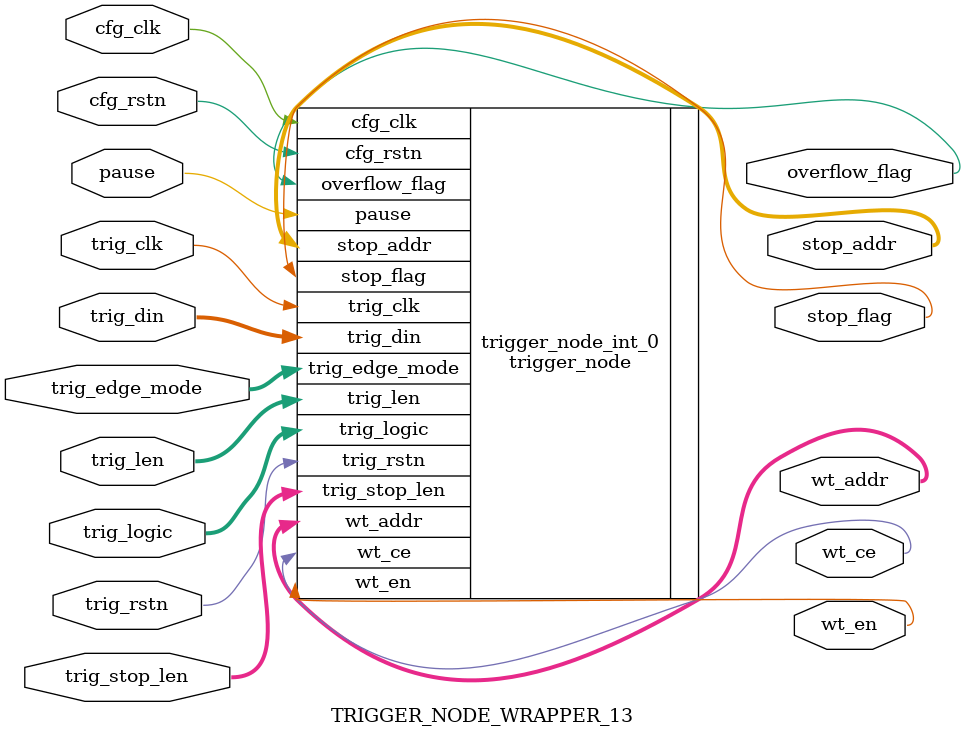
<source format=v>
module CFG_INT_WRAPPER(jtdi, jtck, jrstn, jrti, jscan, jshift, jupdate, jtdo, status, control);
	localparam DEFAULT_CTRL_LEN = 61;
	localparam DEFAULT_STAT_LEN = 18;
	localparam DEFAULT_TRIG_NUM = 1;
	input jtdi;
	input jtck;
	input jrstn;
	input jshift;
	input jupdate;
	input [1:0] jrti;
	input [1:0] jscan;
	input [DEFAULT_STAT_LEN-1:0] status;
	output [1:0] jtdo;
	output [DEFAULT_CTRL_LEN-1:0] control;

	cfg_int #(.INT_CTRL_REG_LEN(DEFAULT_CTRL_LEN), .INT_STAT_REG_LEN(DEFAULT_STAT_LEN), .INT_TRIG_NUM(DEFAULT_TRIG_NUM))
	 wrapper_cfg_inst(
		.jtdi(jtdi),
		.jtck(jtck),
		.jrstn(jrstn),
		.jrti(jrti),
		.jscan(jscan),
		.jshift(jshift),
		.jupdate(jupdate),
		.status(status),
		.jtdo(jtdo),
		.control(control)
	);
endmodule


module TRIGGER_NODE_WRAPPER_13(trig_clk, trig_rstn, pause, trig_logic, trig_din, trig_edge_mode, trig_len, trig_stop_len, cfg_clk, cfg_rstn, overflow_flag, stop_flag, stop_addr,  wt_ce, wt_en, wt_addr);
	localparam DEFAULT_DET_NUM = 13;
	localparam DEFAULT_STOP_LEN = 341;
	input [DEFAULT_DET_NUM-1:0] trig_din;
	input trig_clk;
	input trig_rstn;
	input pause;
	input [1:0] trig_logic;
	input [DEFAULT_DET_NUM*3-1:0] trig_edge_mode;
	input [15:0] trig_len;
	input [1:0] trig_stop_len;
	input cfg_clk;
	input cfg_rstn;
	output overflow_flag;
	output stop_flag;
	output [15:0] stop_addr;
	output [15:0] wt_addr;
	output wt_en;
	output wt_ce;

	trigger_node #(.DET_NUM(DEFAULT_DET_NUM), .STOP_LEN(DEFAULT_STOP_LEN))
	 trigger_node_int_0(
		.trig_din(trig_din),
		.trig_clk(trig_clk),
		.trig_rstn(trig_rstn),
		.pause(pause),
		.trig_logic(trig_logic),
		.trig_edge_mode(trig_edge_mode),
		.trig_len(trig_len),
		.trig_stop_len(trig_stop_len),
		.cfg_clk(cfg_clk),
		.cfg_rstn(cfg_rstn),
		.overflow_flag(overflow_flag),
		.stop_flag(stop_flag),
		.stop_addr(stop_addr),
		.wt_addr(wt_addr),
		.wt_en(wt_en),
		.wt_ce(wt_ce)
	);
endmodule



</source>
